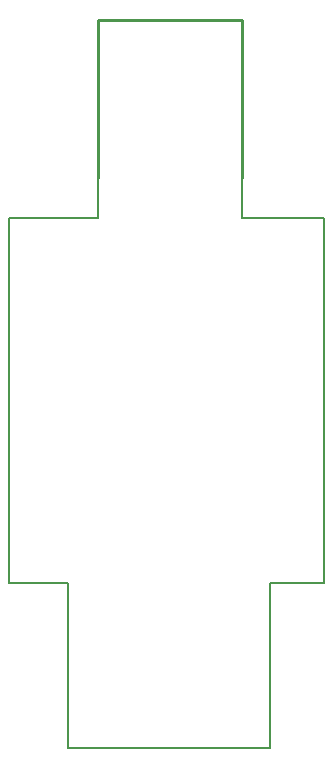
<source format=gbr>
%TF.GenerationSoftware,Altium Limited,Altium NEXUS,2.1.5 (53)*%
G04 Layer_Color=16711935*
%FSLAX44Y44*%
%MOMM*%
%TF.FileFunction,Other,Mechanical_1*%
%TF.Part,Single*%
G01*
G75*
%TA.AperFunction,NonConductor*%
%ADD40C,0.2000*%
%ADD41C,0.2540*%
D40*
X196850Y448310D02*
Y615950D01*
X74930D02*
X196850D01*
X74930Y448310D02*
Y615950D01*
X0Y448310D02*
X74930D01*
X0Y139700D02*
Y448310D01*
Y139700D02*
X49530D01*
Y0D02*
Y139700D01*
Y0D02*
X220980D01*
X220980Y139700D01*
X266700Y139700D01*
Y448310D01*
X196850D02*
X266700D01*
D41*
X74930Y482600D02*
Y615950D01*
X196850Y482600D02*
Y615950D01*
X75290D02*
X196490D01*
%TF.MD5,fd8cc59efed19eeab2ef36b04ecf05c8*%
M02*

</source>
